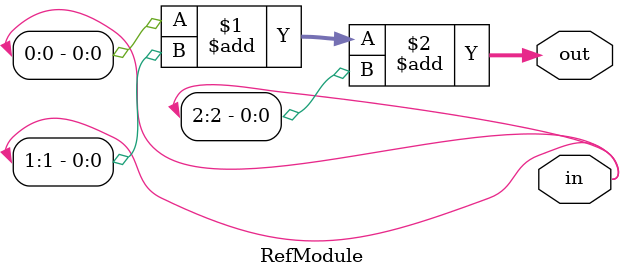
<source format=sv>

module RefModule (
  output [2:0] in,
  output [1:0] out
);

  assign out = in[0]+in[1]+in[2];

endmodule


</source>
